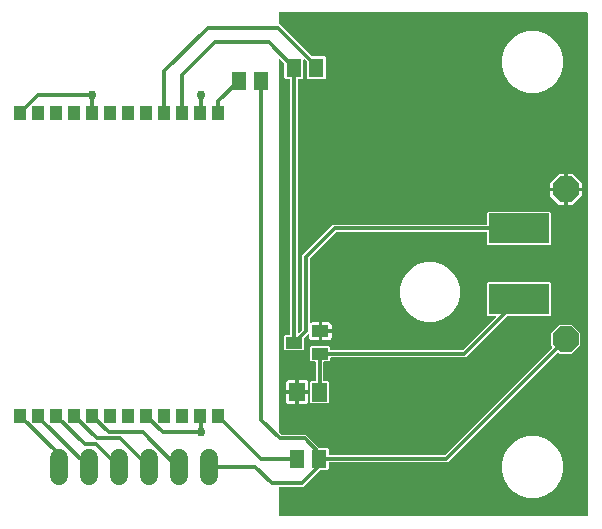
<source format=gbr>
G04 EAGLE Gerber X2 export*
%TF.Part,Single*%
%TF.FileFunction,Copper,L1,Top,Mixed*%
%TF.FilePolarity,Positive*%
%TF.GenerationSoftware,Autodesk,EAGLE,8.7.0*%
%TF.CreationDate,2018-04-13T05:44:18Z*%
G75*
%MOMM*%
%FSLAX34Y34*%
%LPD*%
%AMOC8*
5,1,8,0,0,1.08239X$1,22.5*%
G01*
%ADD10R,1.400000X1.000000*%
%ADD11P,2.336880X8X22.500000*%
%ADD12R,1.300000X1.600000*%
%ADD13R,1.016000X1.143000*%
%ADD14R,1.300000X1.500000*%
%ADD15C,1.524000*%
%ADD16R,5.080000X2.540000*%
%ADD17C,0.304800*%
%ADD18C,0.756400*%

G36*
X547898Y10164D02*
X547898Y10164D01*
X547917Y10162D01*
X548019Y10184D01*
X548121Y10200D01*
X548138Y10210D01*
X548158Y10214D01*
X548247Y10267D01*
X548338Y10316D01*
X548352Y10330D01*
X548369Y10340D01*
X548436Y10419D01*
X548508Y10494D01*
X548516Y10512D01*
X548529Y10527D01*
X548568Y10623D01*
X548611Y10717D01*
X548613Y10737D01*
X548621Y10755D01*
X548639Y10922D01*
X548639Y436118D01*
X548636Y436138D01*
X548638Y436157D01*
X548616Y436259D01*
X548600Y436361D01*
X548590Y436378D01*
X548586Y436398D01*
X548533Y436487D01*
X548484Y436578D01*
X548470Y436592D01*
X548460Y436609D01*
X548381Y436676D01*
X548306Y436748D01*
X548288Y436756D01*
X548273Y436769D01*
X548177Y436808D01*
X548083Y436851D01*
X548063Y436853D01*
X548045Y436861D01*
X547878Y436879D01*
X287610Y436879D01*
X287590Y436876D01*
X287571Y436878D01*
X287469Y436856D01*
X287367Y436840D01*
X287350Y436830D01*
X287330Y436826D01*
X287241Y436773D01*
X287150Y436724D01*
X287136Y436710D01*
X287119Y436700D01*
X287052Y436621D01*
X286981Y436546D01*
X286972Y436528D01*
X286959Y436513D01*
X286920Y436417D01*
X286877Y436323D01*
X286875Y436303D01*
X286867Y436285D01*
X286849Y436118D01*
X286849Y427710D01*
X286852Y427690D01*
X286850Y427671D01*
X286872Y427569D01*
X286889Y427467D01*
X286898Y427450D01*
X286902Y427430D01*
X286955Y427341D01*
X287004Y427250D01*
X287018Y427236D01*
X287028Y427219D01*
X287107Y427152D01*
X287182Y427080D01*
X287200Y427072D01*
X287215Y427059D01*
X287311Y427020D01*
X287405Y426977D01*
X287425Y426975D01*
X287443Y426967D01*
X287445Y426967D01*
X314644Y399768D01*
X314718Y399715D01*
X314787Y399655D01*
X314817Y399643D01*
X314844Y399624D01*
X314931Y399597D01*
X315015Y399563D01*
X315056Y399559D01*
X315079Y399552D01*
X315111Y399553D01*
X315182Y399545D01*
X325792Y399545D01*
X326685Y398652D01*
X326685Y381388D01*
X325792Y380495D01*
X311528Y380495D01*
X310635Y381388D01*
X310635Y394838D01*
X310621Y394928D01*
X310613Y395019D01*
X310601Y395049D01*
X310596Y395081D01*
X310553Y395161D01*
X310517Y395245D01*
X310491Y395277D01*
X310480Y395298D01*
X310457Y395320D01*
X310412Y395376D01*
X308984Y396804D01*
X308926Y396846D01*
X308874Y396895D01*
X308827Y396917D01*
X308785Y396948D01*
X308716Y396969D01*
X308651Y396999D01*
X308599Y397005D01*
X308549Y397020D01*
X308478Y397018D01*
X308407Y397026D01*
X308356Y397015D01*
X308304Y397014D01*
X308236Y396989D01*
X308166Y396974D01*
X308122Y396947D01*
X308073Y396929D01*
X308017Y396884D01*
X307955Y396848D01*
X307921Y396808D01*
X307881Y396776D01*
X307842Y396715D01*
X307795Y396661D01*
X307776Y396612D01*
X307748Y396569D01*
X307730Y396499D01*
X307703Y396433D01*
X307695Y396361D01*
X307687Y396330D01*
X307689Y396307D01*
X307685Y396266D01*
X307685Y381388D01*
X306792Y380495D01*
X303470Y380495D01*
X303450Y380492D01*
X303431Y380494D01*
X303329Y380472D01*
X303227Y380456D01*
X303210Y380446D01*
X303190Y380442D01*
X303101Y380389D01*
X303010Y380340D01*
X302996Y380326D01*
X302979Y380316D01*
X302912Y380237D01*
X302840Y380162D01*
X302832Y380144D01*
X302819Y380129D01*
X302780Y380033D01*
X302737Y379939D01*
X302735Y379919D01*
X302727Y379901D01*
X302709Y379734D01*
X302709Y166258D01*
X302720Y166187D01*
X302722Y166116D01*
X302740Y166067D01*
X302748Y166015D01*
X302782Y165952D01*
X302807Y165885D01*
X302839Y165844D01*
X302864Y165798D01*
X302916Y165749D01*
X302960Y165693D01*
X303004Y165664D01*
X303042Y165629D01*
X303107Y165598D01*
X303167Y165560D01*
X303218Y165547D01*
X303265Y165525D01*
X303336Y165517D01*
X303406Y165500D01*
X303458Y165504D01*
X303509Y165498D01*
X303580Y165513D01*
X303651Y165519D01*
X303699Y165539D01*
X303750Y165550D01*
X303811Y165587D01*
X303877Y165615D01*
X303933Y165660D01*
X303961Y165676D01*
X303976Y165694D01*
X304008Y165720D01*
X306608Y168320D01*
X306661Y168394D01*
X306721Y168463D01*
X306733Y168493D01*
X306752Y168520D01*
X306779Y168607D01*
X306813Y168691D01*
X306817Y168732D01*
X306824Y168755D01*
X306823Y168787D01*
X306831Y168858D01*
X306831Y231133D01*
X332747Y257049D01*
X462534Y257049D01*
X462554Y257052D01*
X462573Y257050D01*
X462675Y257072D01*
X462777Y257088D01*
X462794Y257098D01*
X462814Y257102D01*
X462903Y257155D01*
X462994Y257204D01*
X463008Y257218D01*
X463025Y257228D01*
X463092Y257307D01*
X463164Y257382D01*
X463172Y257400D01*
X463185Y257415D01*
X463224Y257511D01*
X463267Y257605D01*
X463269Y257625D01*
X463277Y257643D01*
X463295Y257810D01*
X463295Y267332D01*
X464188Y268225D01*
X516252Y268225D01*
X517145Y267332D01*
X517145Y240668D01*
X516252Y239775D01*
X464188Y239775D01*
X463295Y240668D01*
X463295Y250190D01*
X463292Y250210D01*
X463294Y250229D01*
X463272Y250331D01*
X463256Y250433D01*
X463246Y250450D01*
X463242Y250470D01*
X463189Y250559D01*
X463140Y250650D01*
X463126Y250664D01*
X463116Y250681D01*
X463037Y250748D01*
X462962Y250820D01*
X462944Y250828D01*
X462929Y250841D01*
X462833Y250880D01*
X462739Y250923D01*
X462719Y250925D01*
X462701Y250933D01*
X462534Y250951D01*
X335588Y250951D01*
X335498Y250937D01*
X335407Y250929D01*
X335377Y250917D01*
X335345Y250912D01*
X335265Y250869D01*
X335181Y250833D01*
X335149Y250807D01*
X335128Y250796D01*
X335106Y250773D01*
X335050Y250728D01*
X313152Y228830D01*
X313099Y228756D01*
X313039Y228687D01*
X313027Y228657D01*
X313008Y228630D01*
X312981Y228543D01*
X312947Y228459D01*
X312943Y228418D01*
X312936Y228395D01*
X312937Y228363D01*
X312929Y228292D01*
X312929Y174948D01*
X312944Y174854D01*
X312953Y174758D01*
X312964Y174733D01*
X312968Y174705D01*
X313013Y174621D01*
X313052Y174533D01*
X313071Y174512D01*
X313084Y174488D01*
X313153Y174422D01*
X313217Y174351D01*
X313242Y174338D01*
X313262Y174318D01*
X313349Y174278D01*
X313432Y174232D01*
X313460Y174227D01*
X313485Y174215D01*
X313580Y174204D01*
X313674Y174187D01*
X313702Y174191D01*
X313729Y174188D01*
X313823Y174208D01*
X313918Y174222D01*
X313942Y174232D01*
X314646Y174421D01*
X320457Y174421D01*
X320457Y167642D01*
X320460Y167622D01*
X320458Y167603D01*
X320480Y167501D01*
X320497Y167399D01*
X320506Y167382D01*
X320510Y167362D01*
X320563Y167273D01*
X320612Y167182D01*
X320626Y167168D01*
X320636Y167151D01*
X320715Y167084D01*
X320790Y167013D01*
X320808Y167004D01*
X320823Y166991D01*
X320919Y166952D01*
X321013Y166909D01*
X321033Y166907D01*
X321051Y166899D01*
X321218Y166881D01*
X321981Y166881D01*
X321981Y166879D01*
X321218Y166879D01*
X321198Y166876D01*
X321179Y166878D01*
X321077Y166856D01*
X320975Y166839D01*
X320958Y166830D01*
X320938Y166826D01*
X320849Y166773D01*
X320758Y166724D01*
X320744Y166710D01*
X320727Y166700D01*
X320660Y166621D01*
X320589Y166546D01*
X320580Y166528D01*
X320567Y166513D01*
X320528Y166417D01*
X320485Y166323D01*
X320483Y166303D01*
X320475Y166285D01*
X320457Y166118D01*
X320457Y159339D01*
X314646Y159339D01*
X313999Y159512D01*
X313420Y159847D01*
X312947Y160320D01*
X312612Y160899D01*
X312439Y161546D01*
X312439Y163690D01*
X312428Y163761D01*
X312426Y163832D01*
X312408Y163881D01*
X312400Y163933D01*
X312366Y163996D01*
X312341Y164063D01*
X312309Y164104D01*
X312284Y164150D01*
X312233Y164199D01*
X312188Y164255D01*
X312144Y164284D01*
X312106Y164319D01*
X312041Y164350D01*
X311981Y164388D01*
X311930Y164401D01*
X311883Y164423D01*
X311812Y164431D01*
X311742Y164448D01*
X311690Y164444D01*
X311639Y164450D01*
X311568Y164435D01*
X311497Y164429D01*
X311449Y164409D01*
X311398Y164398D01*
X311337Y164361D01*
X311271Y164333D01*
X311215Y164288D01*
X311187Y164272D01*
X311172Y164254D01*
X311140Y164228D01*
X310920Y164008D01*
X308728Y161816D01*
X308675Y161742D01*
X308615Y161673D01*
X308603Y161643D01*
X308584Y161616D01*
X308557Y161529D01*
X308523Y161445D01*
X308519Y161404D01*
X308512Y161381D01*
X308513Y161349D01*
X308505Y161278D01*
X308505Y151748D01*
X307612Y150855D01*
X292348Y150855D01*
X291455Y151748D01*
X291455Y163012D01*
X292348Y163905D01*
X295850Y163905D01*
X295870Y163908D01*
X295889Y163906D01*
X295991Y163928D01*
X296093Y163944D01*
X296110Y163954D01*
X296130Y163958D01*
X296219Y164011D01*
X296310Y164060D01*
X296324Y164074D01*
X296341Y164084D01*
X296408Y164163D01*
X296480Y164238D01*
X296488Y164256D01*
X296501Y164271D01*
X296540Y164367D01*
X296583Y164461D01*
X296585Y164481D01*
X296593Y164499D01*
X296611Y164666D01*
X296611Y379734D01*
X296608Y379754D01*
X296610Y379773D01*
X296588Y379875D01*
X296572Y379977D01*
X296562Y379994D01*
X296558Y380014D01*
X296505Y380103D01*
X296456Y380194D01*
X296442Y380208D01*
X296432Y380225D01*
X296353Y380292D01*
X296278Y380364D01*
X296260Y380372D01*
X296245Y380385D01*
X296149Y380424D01*
X296055Y380467D01*
X296035Y380469D01*
X296017Y380477D01*
X295850Y380495D01*
X292528Y380495D01*
X291635Y381388D01*
X291635Y393418D01*
X291621Y393508D01*
X291613Y393599D01*
X291601Y393629D01*
X291596Y393661D01*
X291553Y393741D01*
X291517Y393825D01*
X291491Y393857D01*
X291480Y393878D01*
X291457Y393900D01*
X291412Y393956D01*
X288148Y397220D01*
X288090Y397262D01*
X288038Y397311D01*
X287991Y397333D01*
X287949Y397364D01*
X287880Y397385D01*
X287815Y397415D01*
X287763Y397421D01*
X287713Y397436D01*
X287642Y397434D01*
X287571Y397442D01*
X287520Y397431D01*
X287468Y397430D01*
X287400Y397405D01*
X287330Y397390D01*
X287286Y397363D01*
X287237Y397345D01*
X287181Y397300D01*
X287119Y397264D01*
X287085Y397224D01*
X287045Y397192D01*
X287006Y397131D01*
X286959Y397077D01*
X286940Y397028D01*
X286912Y396985D01*
X286894Y396915D01*
X286867Y396849D01*
X286859Y396777D01*
X286851Y396746D01*
X286853Y396723D01*
X286849Y396682D01*
X286849Y81948D01*
X286864Y81858D01*
X286871Y81767D01*
X286883Y81737D01*
X286889Y81705D01*
X286931Y81625D01*
X286967Y81541D01*
X286993Y81509D01*
X287004Y81488D01*
X287027Y81466D01*
X287072Y81410D01*
X289010Y79472D01*
X289084Y79419D01*
X289153Y79359D01*
X289183Y79347D01*
X289210Y79328D01*
X289297Y79301D01*
X289381Y79267D01*
X289422Y79263D01*
X289445Y79256D01*
X289477Y79257D01*
X289548Y79249D01*
X309873Y79249D01*
X321004Y68118D01*
X321078Y68065D01*
X321147Y68005D01*
X321177Y67993D01*
X321204Y67974D01*
X321291Y67947D01*
X321375Y67913D01*
X321416Y67909D01*
X321439Y67902D01*
X321471Y67903D01*
X321542Y67895D01*
X328182Y67895D01*
X329075Y67002D01*
X329075Y62680D01*
X329077Y62663D01*
X329076Y62648D01*
X329076Y62645D01*
X329076Y62641D01*
X329098Y62539D01*
X329114Y62437D01*
X329124Y62420D01*
X329128Y62400D01*
X329181Y62311D01*
X329230Y62220D01*
X329244Y62206D01*
X329254Y62189D01*
X329333Y62122D01*
X329408Y62050D01*
X329426Y62042D01*
X329441Y62029D01*
X329537Y61990D01*
X329631Y61947D01*
X329651Y61945D01*
X329669Y61937D01*
X329836Y61919D01*
X427072Y61919D01*
X427162Y61933D01*
X427253Y61941D01*
X427283Y61953D01*
X427315Y61958D01*
X427395Y62001D01*
X427479Y62037D01*
X427511Y62063D01*
X427532Y62074D01*
X427538Y62080D01*
X427539Y62081D01*
X427556Y62098D01*
X427610Y62142D01*
X518395Y152926D01*
X518406Y152942D01*
X518422Y152955D01*
X518478Y153042D01*
X518538Y153126D01*
X518544Y153145D01*
X518555Y153162D01*
X518580Y153262D01*
X518610Y153361D01*
X518610Y153381D01*
X518615Y153400D01*
X518607Y153503D01*
X518604Y153607D01*
X518597Y153626D01*
X518596Y153645D01*
X518555Y153740D01*
X518520Y153838D01*
X518507Y153853D01*
X518499Y153872D01*
X518395Y154003D01*
X517480Y154917D01*
X517480Y165123D01*
X524697Y172340D01*
X534903Y172340D01*
X542120Y165123D01*
X542120Y154917D01*
X534903Y147700D01*
X524697Y147700D01*
X523783Y148615D01*
X523767Y148626D01*
X523754Y148642D01*
X523667Y148698D01*
X523583Y148758D01*
X523564Y148764D01*
X523547Y148775D01*
X523447Y148800D01*
X523348Y148830D01*
X523328Y148830D01*
X523309Y148835D01*
X523206Y148827D01*
X523102Y148824D01*
X523083Y148817D01*
X523063Y148816D01*
X522969Y148775D01*
X522871Y148740D01*
X522855Y148727D01*
X522837Y148719D01*
X522706Y148615D01*
X429913Y55821D01*
X329836Y55821D01*
X329816Y55818D01*
X329797Y55820D01*
X329695Y55798D01*
X329593Y55782D01*
X329576Y55772D01*
X329556Y55768D01*
X329467Y55715D01*
X329376Y55666D01*
X329362Y55652D01*
X329345Y55642D01*
X329278Y55563D01*
X329206Y55488D01*
X329198Y55470D01*
X329185Y55455D01*
X329146Y55359D01*
X329103Y55265D01*
X329101Y55245D01*
X329093Y55227D01*
X329075Y55060D01*
X329075Y50738D01*
X328182Y49845D01*
X322442Y49845D01*
X322352Y49831D01*
X322261Y49823D01*
X322231Y49811D01*
X322199Y49806D01*
X322119Y49763D01*
X322035Y49727D01*
X322003Y49701D01*
X321982Y49690D01*
X321960Y49667D01*
X321904Y49622D01*
X307333Y35051D01*
X287610Y35051D01*
X287590Y35048D01*
X287571Y35050D01*
X287469Y35028D01*
X287367Y35012D01*
X287350Y35002D01*
X287330Y34998D01*
X287241Y34945D01*
X287150Y34896D01*
X287136Y34882D01*
X287119Y34872D01*
X287052Y34793D01*
X286981Y34718D01*
X286972Y34700D01*
X286959Y34685D01*
X286920Y34589D01*
X286877Y34495D01*
X286875Y34475D01*
X286867Y34457D01*
X286849Y34290D01*
X286849Y10922D01*
X286852Y10902D01*
X286850Y10883D01*
X286872Y10781D01*
X286889Y10679D01*
X286898Y10662D01*
X286902Y10642D01*
X286955Y10553D01*
X287004Y10462D01*
X287018Y10448D01*
X287028Y10431D01*
X287107Y10364D01*
X287182Y10292D01*
X287200Y10284D01*
X287215Y10271D01*
X287311Y10232D01*
X287405Y10189D01*
X287425Y10187D01*
X287443Y10179D01*
X287610Y10161D01*
X547878Y10161D01*
X547898Y10164D01*
G37*
%LPC*%
G36*
X314155Y105897D02*
X314155Y105897D01*
X313265Y106793D01*
X313325Y124056D01*
X314222Y124946D01*
X317525Y124935D01*
X317545Y124938D01*
X317566Y124936D01*
X317666Y124957D01*
X317768Y124974D01*
X317786Y124983D01*
X317806Y124988D01*
X317895Y125040D01*
X317985Y125088D01*
X318000Y125103D01*
X318017Y125113D01*
X318084Y125191D01*
X318155Y125266D01*
X318164Y125285D01*
X318178Y125300D01*
X318216Y125395D01*
X318260Y125489D01*
X318262Y125509D01*
X318270Y125528D01*
X318289Y125695D01*
X318314Y140593D01*
X318311Y140613D01*
X318313Y140633D01*
X318291Y140734D01*
X318275Y140836D01*
X318265Y140854D01*
X318261Y140874D01*
X318208Y140962D01*
X318160Y141053D01*
X318145Y141067D01*
X318135Y141085D01*
X318056Y141152D01*
X317982Y141223D01*
X317963Y141231D01*
X317948Y141245D01*
X317852Y141283D01*
X317759Y141327D01*
X317739Y141329D01*
X317720Y141337D01*
X317553Y141355D01*
X314348Y141355D01*
X313455Y142248D01*
X313455Y153512D01*
X314348Y154405D01*
X329612Y154405D01*
X330505Y153512D01*
X330505Y151690D01*
X330508Y151670D01*
X330506Y151651D01*
X330528Y151549D01*
X330544Y151447D01*
X330554Y151430D01*
X330558Y151410D01*
X330611Y151321D01*
X330660Y151230D01*
X330674Y151216D01*
X330684Y151199D01*
X330763Y151132D01*
X330838Y151060D01*
X330856Y151052D01*
X330871Y151039D01*
X330967Y151000D01*
X331061Y150957D01*
X331081Y150955D01*
X331099Y150947D01*
X331266Y150929D01*
X442212Y150929D01*
X442302Y150943D01*
X442393Y150951D01*
X442423Y150963D01*
X442455Y150968D01*
X442535Y151011D01*
X442619Y151047D01*
X442651Y151073D01*
X442672Y151084D01*
X442694Y151107D01*
X442750Y151152D01*
X470384Y178786D01*
X470426Y178844D01*
X470475Y178896D01*
X470497Y178943D01*
X470528Y178985D01*
X470549Y179054D01*
X470579Y179119D01*
X470585Y179171D01*
X470600Y179221D01*
X470598Y179292D01*
X470606Y179363D01*
X470595Y179414D01*
X470594Y179466D01*
X470569Y179534D01*
X470554Y179604D01*
X470527Y179649D01*
X470509Y179697D01*
X470464Y179753D01*
X470428Y179815D01*
X470388Y179849D01*
X470356Y179889D01*
X470295Y179928D01*
X470241Y179975D01*
X470192Y179994D01*
X470149Y180022D01*
X470079Y180040D01*
X470013Y180067D01*
X469941Y180075D01*
X469910Y180083D01*
X469887Y180081D01*
X469846Y180085D01*
X464188Y180085D01*
X463295Y180978D01*
X463295Y207642D01*
X464188Y208535D01*
X516252Y208535D01*
X517145Y207642D01*
X517145Y180978D01*
X516252Y180085D01*
X480622Y180085D01*
X480532Y180071D01*
X480441Y180063D01*
X480411Y180051D01*
X480379Y180046D01*
X480299Y180003D01*
X480215Y179967D01*
X480183Y179941D01*
X480162Y179930D01*
X480140Y179907D01*
X480084Y179862D01*
X445053Y144831D01*
X331266Y144831D01*
X331246Y144828D01*
X331227Y144830D01*
X331125Y144808D01*
X331023Y144792D01*
X331006Y144782D01*
X330986Y144778D01*
X330897Y144725D01*
X330806Y144676D01*
X330792Y144662D01*
X330775Y144652D01*
X330708Y144573D01*
X330636Y144498D01*
X330628Y144480D01*
X330615Y144465D01*
X330576Y144369D01*
X330533Y144275D01*
X330531Y144255D01*
X330523Y144237D01*
X330505Y144070D01*
X330505Y142248D01*
X329612Y141355D01*
X325173Y141355D01*
X325154Y141352D01*
X325135Y141354D01*
X325033Y141332D01*
X324930Y141316D01*
X324913Y141307D01*
X324894Y141302D01*
X324804Y141249D01*
X324713Y141200D01*
X324699Y141187D01*
X324683Y141177D01*
X324615Y141097D01*
X324543Y141022D01*
X324535Y141005D01*
X324523Y140990D01*
X324484Y140894D01*
X324440Y140799D01*
X324438Y140780D01*
X324430Y140762D01*
X324412Y140595D01*
X324386Y125671D01*
X324389Y125652D01*
X324387Y125633D01*
X324409Y125531D01*
X324425Y125428D01*
X324434Y125411D01*
X324438Y125392D01*
X324492Y125302D01*
X324540Y125210D01*
X324554Y125197D01*
X324564Y125181D01*
X324643Y125113D01*
X324718Y125041D01*
X324736Y125033D01*
X324750Y125020D01*
X324847Y124981D01*
X324941Y124937D01*
X324960Y124935D01*
X324978Y124927D01*
X325145Y124908D01*
X328485Y124897D01*
X329375Y124000D01*
X329314Y106737D01*
X328418Y105847D01*
X314155Y105897D01*
G37*
%LPD*%
%LPC*%
G36*
X498222Y26034D02*
X498222Y26034D01*
X491601Y27809D01*
X485664Y31236D01*
X480816Y36084D01*
X477389Y42021D01*
X475614Y48642D01*
X475614Y55498D01*
X477389Y62119D01*
X480816Y68056D01*
X485664Y72904D01*
X491601Y76331D01*
X498222Y78106D01*
X505078Y78106D01*
X511699Y76331D01*
X517636Y72904D01*
X522484Y68056D01*
X525911Y62119D01*
X527686Y55498D01*
X527686Y48642D01*
X525911Y42021D01*
X522484Y36084D01*
X517636Y31236D01*
X511699Y27809D01*
X505078Y26034D01*
X498222Y26034D01*
G37*
%LPD*%
%LPC*%
G36*
X498222Y368934D02*
X498222Y368934D01*
X491601Y370709D01*
X485664Y374136D01*
X480816Y378984D01*
X477389Y384921D01*
X475614Y391542D01*
X475614Y398398D01*
X477389Y405019D01*
X480816Y410956D01*
X485664Y415804D01*
X491601Y419231D01*
X498222Y421006D01*
X505078Y421006D01*
X511699Y419231D01*
X517636Y415804D01*
X522484Y410956D01*
X525911Y405019D01*
X527686Y398398D01*
X527686Y391542D01*
X525911Y384921D01*
X522484Y378984D01*
X517636Y374136D01*
X511699Y370709D01*
X505078Y368934D01*
X498222Y368934D01*
G37*
%LPD*%
%LPC*%
G36*
X411438Y174859D02*
X411438Y174859D01*
X405038Y176574D01*
X399301Y179886D01*
X394616Y184571D01*
X391304Y190308D01*
X389589Y196708D01*
X389589Y203332D01*
X391304Y209732D01*
X394616Y215469D01*
X399301Y220154D01*
X405038Y223466D01*
X411438Y225181D01*
X418062Y225181D01*
X424462Y223466D01*
X430199Y220154D01*
X434884Y215469D01*
X438196Y209732D01*
X439911Y203332D01*
X439911Y196708D01*
X438196Y190308D01*
X434884Y184571D01*
X430199Y179886D01*
X424462Y176574D01*
X418062Y174859D01*
X411438Y174859D01*
G37*
%LPD*%
%LPC*%
G36*
X531323Y288543D02*
X531323Y288543D01*
X531323Y300356D01*
X535324Y300356D01*
X543136Y292544D01*
X543136Y288543D01*
X531323Y288543D01*
G37*
%LPD*%
%LPC*%
G36*
X516464Y288543D02*
X516464Y288543D01*
X516464Y292544D01*
X524276Y300356D01*
X528277Y300356D01*
X528277Y288543D01*
X516464Y288543D01*
G37*
%LPD*%
%LPC*%
G36*
X531323Y273684D02*
X531323Y273684D01*
X531323Y285497D01*
X543136Y285497D01*
X543136Y281496D01*
X535324Y273684D01*
X531323Y273684D01*
G37*
%LPD*%
%LPC*%
G36*
X524276Y273684D02*
X524276Y273684D01*
X516464Y281496D01*
X516464Y285497D01*
X528277Y285497D01*
X528277Y273684D01*
X524276Y273684D01*
G37*
%LPD*%
%LPC*%
G36*
X303849Y116981D02*
X303849Y116981D01*
X303880Y125998D01*
X309191Y125980D01*
X309837Y125805D01*
X310415Y125468D01*
X310886Y124993D01*
X311219Y124413D01*
X311390Y123766D01*
X311366Y116955D01*
X303849Y116981D01*
G37*
%LPD*%
%LPC*%
G36*
X303806Y104917D02*
X303806Y104917D01*
X303838Y113935D01*
X311355Y113908D01*
X311332Y107097D01*
X311156Y106452D01*
X310820Y105873D01*
X310345Y105402D01*
X309764Y105070D01*
X309118Y104899D01*
X303806Y104917D01*
G37*
%LPD*%
%LPC*%
G36*
X293285Y117018D02*
X293285Y117018D01*
X293308Y123829D01*
X293484Y124475D01*
X293820Y125053D01*
X294295Y125524D01*
X294876Y125857D01*
X295522Y126028D01*
X300834Y126009D01*
X300802Y116992D01*
X293285Y117018D01*
G37*
%LPD*%
%LPC*%
G36*
X295449Y104946D02*
X295449Y104946D01*
X294803Y105122D01*
X294225Y105458D01*
X293754Y105933D01*
X293421Y106513D01*
X293250Y107160D01*
X293274Y113972D01*
X300792Y113945D01*
X300760Y104928D01*
X295449Y104946D01*
G37*
%LPD*%
%LPC*%
G36*
X323503Y168403D02*
X323503Y168403D01*
X323503Y174421D01*
X329314Y174421D01*
X329961Y174248D01*
X330540Y173913D01*
X331013Y173440D01*
X331348Y172861D01*
X331521Y172214D01*
X331521Y168403D01*
X323503Y168403D01*
G37*
%LPD*%
%LPC*%
G36*
X323503Y159339D02*
X323503Y159339D01*
X323503Y165357D01*
X331521Y165357D01*
X331521Y161546D01*
X331348Y160899D01*
X331013Y160320D01*
X330540Y159847D01*
X329961Y159512D01*
X329314Y159339D01*
X323503Y159339D01*
G37*
%LPD*%
%LPC*%
G36*
X529799Y287019D02*
X529799Y287019D01*
X529799Y287021D01*
X529801Y287021D01*
X529801Y287019D01*
X529799Y287019D01*
G37*
%LPD*%
%LPC*%
G36*
X302319Y115462D02*
X302319Y115462D01*
X302319Y115464D01*
X302321Y115464D01*
X302321Y115462D01*
X302319Y115462D01*
G37*
%LPD*%
D10*
X299980Y157380D03*
X321980Y166880D03*
X321980Y147880D03*
D11*
X529800Y287020D03*
D12*
G36*
X308792Y107441D02*
X295793Y107486D01*
X295848Y123485D01*
X308847Y123440D01*
X308792Y107441D01*
G37*
G36*
X327792Y107375D02*
X314793Y107420D01*
X314848Y123419D01*
X327847Y123374D01*
X327792Y107375D01*
G37*
X318660Y390020D03*
X299660Y390020D03*
D13*
X68010Y351940D03*
X83250Y351940D03*
X98490Y351940D03*
X113730Y351940D03*
X128970Y351940D03*
X144210Y351940D03*
X159450Y351940D03*
X174690Y351940D03*
X189930Y351940D03*
X205170Y351940D03*
X220410Y351940D03*
X235650Y351940D03*
X235650Y95400D03*
X220410Y95400D03*
X205170Y95400D03*
X189930Y95400D03*
X174690Y95400D03*
X159450Y95400D03*
X144210Y95400D03*
X128970Y95400D03*
X113730Y95400D03*
X98490Y95400D03*
X83250Y95400D03*
X68010Y95400D03*
D11*
X529800Y160020D03*
D14*
X302050Y58870D03*
X321050Y58870D03*
X253030Y378890D03*
X272030Y378890D03*
D15*
X227330Y59690D02*
X227330Y44450D01*
X201930Y44450D02*
X201930Y59690D01*
X176530Y59690D02*
X176530Y44450D01*
X151130Y44450D02*
X151130Y59690D01*
X125730Y59690D02*
X125730Y44450D01*
X100330Y44450D02*
X100330Y59690D01*
D16*
X490220Y194310D03*
X490220Y254000D03*
D17*
X321980Y147880D02*
X321374Y147274D01*
X321320Y115397D01*
X321980Y147880D02*
X443790Y147880D01*
X490220Y194310D01*
X205170Y351940D02*
X205170Y384240D01*
X232410Y411480D01*
X278200Y411480D01*
X299660Y390020D01*
X309880Y167280D02*
X299980Y157380D01*
X309880Y167280D02*
X309880Y229870D01*
X334010Y254000D01*
X490220Y254000D01*
X299660Y157700D02*
X299660Y390020D01*
X299660Y157700D02*
X299980Y157380D01*
X128970Y367200D02*
X128700Y367200D01*
D18*
X128700Y367200D03*
D17*
X68010Y95629D02*
X68010Y95400D01*
X220410Y351940D02*
X220980Y351940D01*
X220980Y367030D01*
D18*
X220980Y367030D03*
D17*
X128970Y367200D02*
X128970Y351940D01*
X83270Y367200D02*
X68010Y351940D01*
X83270Y367200D02*
X128700Y367200D01*
X68010Y95400D02*
X100330Y63080D01*
X100330Y52070D01*
X220410Y95400D02*
X220980Y94830D01*
X220980Y81280D01*
D18*
X220980Y81280D03*
D17*
X188810Y81280D02*
X174690Y95400D01*
X188810Y81280D02*
X220980Y81280D01*
X235650Y95400D02*
X272180Y58870D01*
X302050Y58870D01*
X235650Y351940D02*
X235650Y361510D01*
X253030Y378890D01*
X272030Y378890D02*
X272030Y92140D01*
X266700Y52070D02*
X227330Y52070D01*
X266700Y52070D02*
X280670Y38100D01*
X306070Y38100D01*
X321050Y53080D01*
X321050Y58870D01*
X287970Y76200D02*
X272030Y92140D01*
X287970Y76200D02*
X308610Y76200D01*
X321050Y63760D01*
X321050Y58870D01*
X428650Y58870D01*
X529800Y160020D01*
X189930Y351940D02*
X189930Y387030D01*
X226800Y423900D02*
X286200Y423900D01*
X318660Y391440D01*
X318660Y390020D01*
X226800Y423900D02*
X189930Y387030D01*
X98490Y95400D02*
X122770Y71120D01*
X132080Y71120D01*
X151130Y52070D01*
X152400Y76200D02*
X132930Y76200D01*
X152400Y76200D02*
X176530Y52070D01*
X132930Y76200D02*
X113730Y95400D01*
X128970Y95400D02*
X143090Y81280D01*
X171450Y81280D01*
X200660Y52070D01*
X201930Y52070D01*
X125730Y52070D02*
X83250Y94550D01*
X83250Y95400D01*
M02*

</source>
